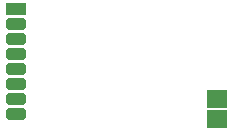
<source format=gbr>
%TF.GenerationSoftware,KiCad,Pcbnew,6.0.11-2627ca5db0~126~ubuntu22.04.1*%
%TF.CreationDate,2023-08-29T09:36:28+02:00*%
%TF.ProjectId,CC1101_868MHz_UFL_RF_Modul_FUEL4EP,43433131-3031-45f3-9836-384d487a5f55,1.2*%
%TF.SameCoordinates,Original*%
%TF.FileFunction,Soldermask,Bot*%
%TF.FilePolarity,Negative*%
%FSLAX46Y46*%
G04 Gerber Fmt 4.6, Leading zero omitted, Abs format (unit mm)*
G04 Created by KiCad (PCBNEW 6.0.11-2627ca5db0~126~ubuntu22.04.1) date 2023-08-29 09:36:28*
%MOMM*%
%LPD*%
G01*
G04 APERTURE LIST*
G04 Aperture macros list*
%AMRoundRect*
0 Rectangle with rounded corners*
0 $1 Rounding radius*
0 $2 $3 $4 $5 $6 $7 $8 $9 X,Y pos of 4 corners*
0 Add a 4 corners polygon primitive as box body*
4,1,4,$2,$3,$4,$5,$6,$7,$8,$9,$2,$3,0*
0 Add four circle primitives for the rounded corners*
1,1,$1+$1,$2,$3*
1,1,$1+$1,$4,$5*
1,1,$1+$1,$6,$7*
1,1,$1+$1,$8,$9*
0 Add four rect primitives between the rounded corners*
20,1,$1+$1,$2,$3,$4,$5,0*
20,1,$1+$1,$4,$5,$6,$7,0*
20,1,$1+$1,$6,$7,$8,$9,0*
20,1,$1+$1,$8,$9,$2,$3,0*%
G04 Aperture macros list end*
%ADD10RoundRect,0.250000X-0.600000X-0.250000X0.600000X-0.250000X0.600000X0.250000X-0.600000X0.250000X0*%
%ADD11R,1.800000X1.500000*%
%ADD12R,1.700000X1.000000*%
G04 APERTURE END LIST*
D10*
%TO.C,JC5*%
X950000Y5810000D03*
%TD*%
D11*
%TO.C,JA1*%
X18000000Y1550000D03*
%TD*%
D10*
%TO.C,JC8*%
X950000Y2000000D03*
%TD*%
D11*
%TO.C,JA2*%
X18000000Y3275000D03*
%TD*%
D10*
%TO.C,JC6*%
X950000Y4540000D03*
%TD*%
%TO.C,JC3*%
X950000Y8350000D03*
%TD*%
%TO.C,JC2*%
X950000Y9620000D03*
%TD*%
D12*
%TO.C,JC1*%
X950000Y10890000D03*
%TD*%
D10*
%TO.C,JC4*%
X950000Y7080000D03*
%TD*%
%TO.C,JC7*%
X950000Y3270000D03*
%TD*%
M02*

</source>
